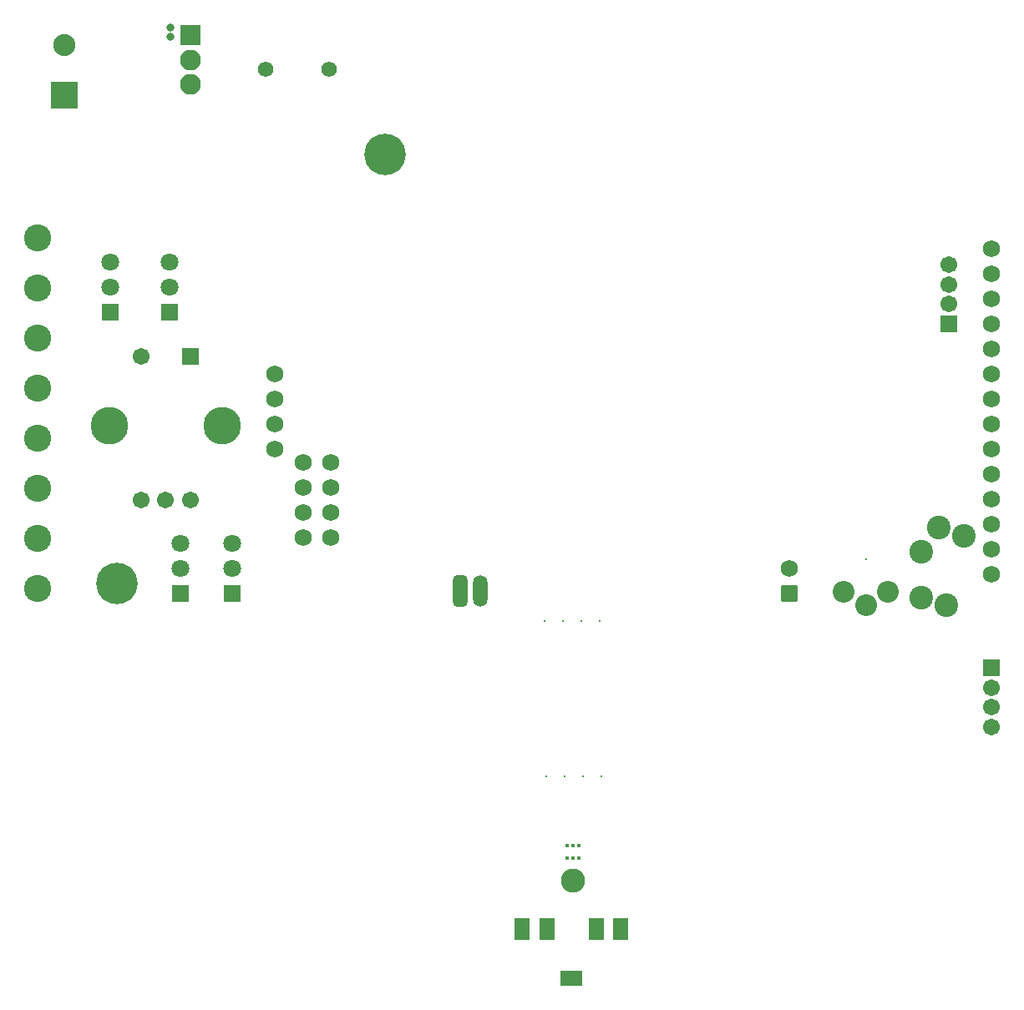
<source format=gbs>
G04 Layer_Color=8150272*
%FSLAX25Y25*%
%MOIN*%
G70*
G01*
G75*
%ADD79C,0.09646*%
%ADD138C,0.00800*%
%ADD139C,0.16548*%
%ADD140C,0.07099*%
%ADD141R,0.07099X0.07099*%
%ADD142R,0.06706X0.06706*%
%ADD143C,0.06706*%
%ADD144C,0.10800*%
%ADD145C,0.06800*%
G04:AMPARAMS|DCode=146|XSize=126.11mil|YSize=58mil|CornerRadius=16.5mil|HoleSize=0mil|Usage=FLASHONLY|Rotation=270.000|XOffset=0mil|YOffset=0mil|HoleType=Round|Shape=RoundedRectangle|*
%AMROUNDEDRECTD146*
21,1,0.12611,0.02500,0,0,270.0*
21,1,0.09311,0.05800,0,0,270.0*
1,1,0.03300,-0.01250,-0.04656*
1,1,0.03300,-0.01250,0.04656*
1,1,0.03300,0.01250,0.04656*
1,1,0.03300,0.01250,-0.04656*
%
%ADD146ROUNDEDRECTD146*%
%ADD147O,0.05800X0.12611*%
%ADD148C,0.09461*%
%ADD149C,0.08674*%
G04:AMPARAMS|DCode=150|XSize=68mil|YSize=68mil|CornerRadius=10mil|HoleSize=0mil|Usage=FLASHONLY|Rotation=90.000|XOffset=0mil|YOffset=0mil|HoleType=Round|Shape=RoundedRectangle|*
%AMROUNDEDRECTD150*
21,1,0.06800,0.04800,0,0,90.0*
21,1,0.04800,0.06800,0,0,90.0*
1,1,0.02000,0.02400,0.02400*
1,1,0.02000,0.02400,-0.02400*
1,1,0.02000,-0.02400,-0.02400*
1,1,0.02000,-0.02400,0.02400*
%
%ADD150ROUNDEDRECTD150*%
%ADD151R,0.06312X0.09068*%
%ADD152R,0.09068X0.06312*%
%ADD153R,0.10642X0.10642*%
%ADD154C,0.08800*%
%ADD155C,0.06200*%
%ADD156R,0.08300X0.08300*%
%ADD157C,0.08300*%
%ADD158C,0.14973*%
%ADD159R,0.06706X0.06706*%
%ADD160C,0.03162*%
%ADD161R,0.01772X0.01772*%
%ADD162R,0.01575X0.01772*%
D79*
X1933000Y804500D02*
D03*
D138*
X1928898Y907978D02*
D03*
X1936253D02*
D03*
X1921542D02*
D03*
X1943609D02*
D03*
X1936944Y846102D02*
D03*
X1929588D02*
D03*
X1944299D02*
D03*
X1922232D02*
D03*
X2050000Y932752D02*
D03*
D139*
X1858000Y1094500D02*
D03*
X1751000Y923000D02*
D03*
D140*
X1776500Y929000D02*
D03*
Y939000D02*
D03*
X1748500Y1051500D02*
D03*
Y1041500D02*
D03*
X1772000Y1051500D02*
D03*
Y1041500D02*
D03*
X1797000Y939000D02*
D03*
Y929000D02*
D03*
D141*
X1776500Y919000D02*
D03*
X1748500Y1031500D02*
D03*
X1772000D02*
D03*
X1797000Y919000D02*
D03*
D142*
X2083000Y1026689D02*
D03*
X2100000Y889311D02*
D03*
D143*
X2083000Y1034563D02*
D03*
Y1042437D02*
D03*
Y1050311D02*
D03*
X1760658Y1013559D02*
D03*
X1780342Y956472D02*
D03*
X1770500D02*
D03*
X1760658D02*
D03*
X2100000Y865689D02*
D03*
Y873563D02*
D03*
Y881437D02*
D03*
D144*
X1719500Y921000D02*
D03*
Y941000D02*
D03*
Y961000D02*
D03*
Y981000D02*
D03*
Y1001000D02*
D03*
Y1021000D02*
D03*
Y1061000D02*
D03*
Y1041000D02*
D03*
D145*
X1825500Y971500D02*
D03*
Y941500D02*
D03*
Y961500D02*
D03*
Y951500D02*
D03*
X2019500Y929000D02*
D03*
X1836500Y971500D02*
D03*
Y941500D02*
D03*
Y961500D02*
D03*
Y951500D02*
D03*
X2100000Y926791D02*
D03*
Y936791D02*
D03*
Y946791D02*
D03*
Y956791D02*
D03*
Y966791D02*
D03*
Y1056791D02*
D03*
Y1046791D02*
D03*
Y1036791D02*
D03*
Y1026791D02*
D03*
Y1016791D02*
D03*
Y1006791D02*
D03*
Y996791D02*
D03*
Y986791D02*
D03*
Y976791D02*
D03*
X1814102Y1006567D02*
D03*
Y976567D02*
D03*
Y996567D02*
D03*
Y986567D02*
D03*
D146*
X1888063Y920000D02*
D03*
D147*
X1895937D02*
D03*
D148*
X2078925Y945476D02*
D03*
X2088866Y942130D02*
D03*
X2072134Y917327D02*
D03*
X2082075Y914374D02*
D03*
X2072134Y935831D02*
D03*
D149*
X2050000Y914248D02*
D03*
X2041142Y919760D02*
D03*
X2058858D02*
D03*
D150*
X2019500Y919000D02*
D03*
D151*
X1922658Y785153D02*
D03*
X1942343D02*
D03*
X1912815D02*
D03*
X1952185D02*
D03*
D152*
X1932500Y765469D02*
D03*
D153*
X1730000Y1118000D02*
D03*
D154*
Y1138000D02*
D03*
D155*
X1835795Y1128500D02*
D03*
X1810200D02*
D03*
D156*
X1780500Y1142000D02*
D03*
D157*
Y1122315D02*
D03*
Y1132158D02*
D03*
D158*
X1792941Y986000D02*
D03*
X1748059D02*
D03*
D159*
X1780342Y1013559D02*
D03*
D160*
X1772500Y1145000D02*
D03*
X1772293Y1141500D02*
D03*
D161*
X1935311Y813390D02*
D03*
X1930783D02*
D03*
Y818311D02*
D03*
X1935311D02*
D03*
D162*
X1933047Y813390D02*
D03*
Y818311D02*
D03*
M02*

</source>
